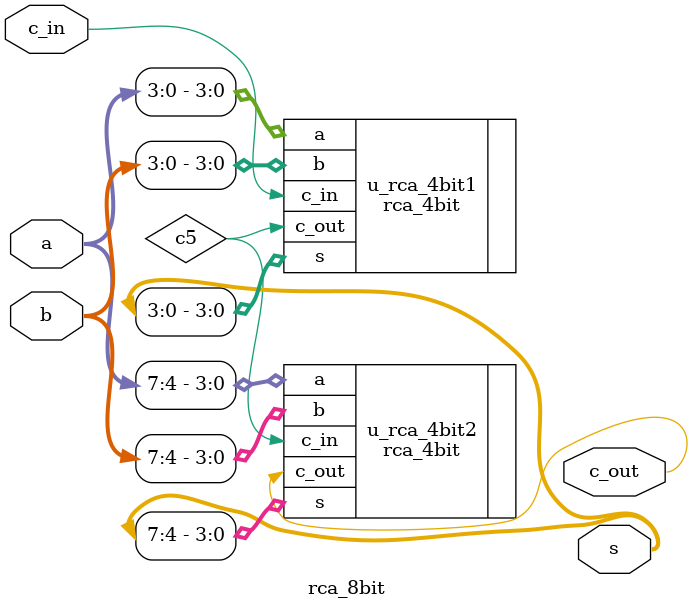
<source format=v>
module rca_8bit(
    input [7:0] a,
    input [7:0] b,
    input c_in,
    output [7:0] s,
    output c_out
);


wire c5;


rca_4bit u_rca_4bit1(
    .a(a[3:0]),
    .b(b[3:0]),
    .c_in(c_in),
    .s(s[3:0]),
    .c_out(c5)
);

rca_4bit u_rca_4bit2(
    .a(a[7:4]),
    .b(b[7:4]),
    .c_in(c5),
    .s(s[7:4]),
    .c_out(c_out)
);

endmodule
</source>
